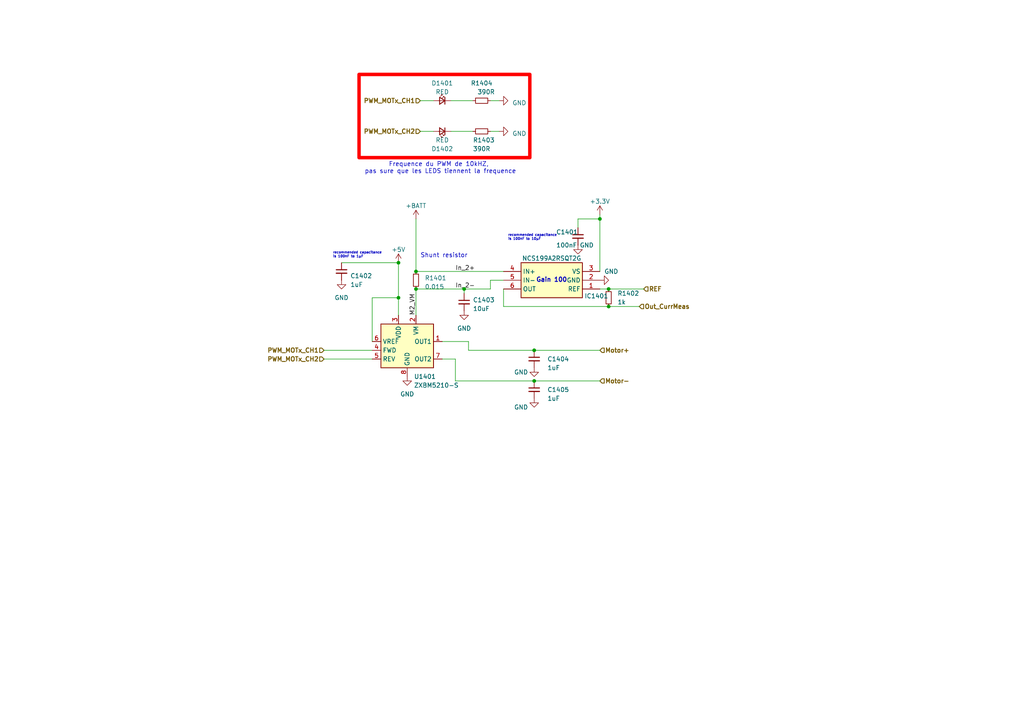
<source format=kicad_sch>
(kicad_sch (version 20231120) (generator "eeschema") (generator_version "8.0")
  (paper "A4")
  (lib_symbols
    (symbol "Device:C_Small" (pin_numbers hide) (pin_names (offset 0.254) hide)
      (property "Reference" "C" (at 0.254 1.778 0))
      (property "Value" "C_Small" (at 0.254 -2.032 0))
      (symbol "C_Small_0_1"
        (polyline (pts (xy -1.524 -0.508) (xy 1.524 -0.508)) (stroke (width 0.3302)))
        (polyline (pts (xy -1.524 0.508) (xy 1.524 0.508)) (stroke (width 0.3048)))
      )
      (symbol "C_Small_1_1"
        (pin passive line (at 0 2.54 270) (length 2.032) (name "~") (number "1"))
        (pin passive line (at 0 -2.54 90) (length 2.032) (name "~") (number "2"))
      )
    )
    (symbol "Device:LED_Small" (pin_numbers hide) (pin_names (offset 0.254) hide)
      (property "Reference" "D" (at -1.27 3.175 0))
      (property "Value" "LED_Small" (at -4.445 -2.54 0))
      (symbol "LED_Small_0_1"
        (polyline (pts (xy -0.762 -1.016) (xy -0.762 1.016)) (stroke (width 0.254)))
        (polyline (pts (xy 1.016 0) (xy -0.762 0)))
        (polyline (pts (xy 0.762 -1.016) (xy -0.762 0) (xy 0.762 1.016) (xy 0.762 -1.016)) (stroke (width 0.254)))
        (polyline (pts (xy 0 0.762) (xy -0.508 1.27) (xy -0.254 1.27) (xy -0.508 1.27) (xy -0.508 1.016)))
        (polyline (pts (xy 0.508 1.27) (xy 0 1.778) (xy 0.254 1.778) (xy 0 1.778) (xy 0 1.524)))
      )
      (symbol "LED_Small_1_1"
        (pin passive line (at -2.54 0 0) (length 1.778) (name "K") (number "1"))
        (pin passive line (at 2.54 0 180) (length 1.778) (name "A") (number "2"))
      )
    )
    (symbol "Device:R_Small" (pin_numbers hide) (pin_names (offset 0.254) hide)
      (property "Reference" "R" (at 0.762 0.508 0))
      (property "Value" "R_Small" (at 0.762 -1.016 0))
      (symbol "R_Small_0_1"
        (rectangle (start -0.762 1.778) (end 0.762 -1.778) (stroke (width 0.2032)))
      )
      (symbol "R_Small_1_1"
        (pin passive line (at 0 2.54 270) (length 0.762) (name "~") (number "1"))
        (pin passive line (at 0 -2.54 90) (length 0.762) (name "~") (number "2"))
      )
    )
    (symbol "Driver_Motor:ZXBM5210-S"
      (property "Reference" "U402" (at 1.9559 -7.62 0))
      (property "Value" "ZXBM5210-S" (at 1.9559 -10.16 0))
      (symbol "ZXBM5210-S_0_0"
        (pin output line (at 10.16 2.54 180) (length 2.54) (name "OUT1") (number "1"))
        (pin bidirectional line (at 2.54 10.16 270) (length 2.54) (name "VM") (number "2"))
        (pin power_in line (at -2.54 10.16 270) (length 2.54) (name "VDD") (number "3"))
        (pin input line (at -10.16 0 0) (length 2.54) (name "FWD") (number "4"))
        (pin input line (at -10.16 -2.54 0) (length 2.54) (name "REV") (number "5"))
        (pin input line (at -10.16 2.54 0) (length 2.54) (name "VREF") (number "6"))
        (pin output line (at 10.16 -2.54 180) (length 2.54) (name "OUT2") (number "7"))
        (pin bidirectional line (at 0 -7.62 90) (length 2.54) (name "GND") (number "8"))
      )
      (symbol "ZXBM5210-S_0_1"
        (rectangle (start -7.62 7.62) (end 7.62 -5.08) (stroke (width 0.254)) (fill (type background)))
      )
    )
    (symbol "Ludzlib:NCS199A2RSQT2G"
      (property "Reference" "IC" (at 24.13 7.62 0))
      (property "Value" "NCS199A2RSQT2G" (at 24.13 5.08 0))
      (symbol "NCS199A2RSQT2G_1_1"
        (rectangle (start 5.08 2.54) (end 22.86 -7.62) (stroke (width 0.254)) (fill (type background)))
        (pin passive line (at 0 0 0) (length 5.08) (name "REF") (number "1"))
        (pin passive line (at 0 -2.54 0) (length 5.08) (name "GND") (number "2"))
        (pin passive line (at 0 -5.08 0) (length 5.08) (name "VS") (number "3"))
        (pin passive line (at 27.94 -5.08 180) (length 5.08) (name "IN+") (number "4"))
        (pin passive line (at 27.94 -2.54 180) (length 5.08) (name "IN-") (number "5"))
        (pin passive line (at 27.94 0 180) (length 5.08) (name "OUT") (number "6"))
      )
    )
    (symbol "power:+3.3V" (power) (pin_names (offset 0))
      (property "Value" "+3.3V" (at 0 3.556 0))
      (symbol "+3.3V_0_1"
        (polyline (pts (xy -0.762 1.27) (xy 0 2.54)))
        (polyline (pts (xy 0 0) (xy 0 2.54)))
        (polyline (pts (xy 0 2.54) (xy 0.762 1.27)))
      )
      (symbol "+3.3V_1_1"
        (pin power_in line (at 0 0 90) (length 0) hide (name "+3.3V") (number "1"))
      )
    )
    (symbol "power:+5V" (power) (pin_names (offset 0))
      (property "Value" "+5V" (at 0 3.556 0))
      (symbol "+5V_0_1"
        (polyline (pts (xy -0.762 1.27) (xy 0 2.54)))
        (polyline (pts (xy 0 0) (xy 0 2.54)))
        (polyline (pts (xy 0 2.54) (xy 0.762 1.27)))
      )
      (symbol "+5V_1_1"
        (pin power_in line (at 0 0 90) (length 0) hide (name "+5V") (number "1"))
      )
    )
    (symbol "power:+BATT" (power) (pin_names (offset 0))
      (property "Value" "+BATT" (at 0 3.556 0))
      (symbol "+BATT_0_1"
        (polyline (pts (xy -0.762 1.27) (xy 0 2.54)))
        (polyline (pts (xy 0 0) (xy 0 2.54)))
        (polyline (pts (xy 0 2.54) (xy 0.762 1.27)))
      )
      (symbol "+BATT_1_1"
        (pin power_in line (at 0 0 90) (length 0) hide (name "+BATT") (number "1"))
      )
    )
    (symbol "power:GND" (power) (pin_names (offset 0))
      (property "Value" "GND" (at 0 -3.81 0))
      (symbol "GND_0_1"
        (polyline (pts (xy 0 0) (xy 0 -1.27) (xy 1.27 -1.27) (xy 0 -2.54) (xy -1.27 -1.27) (xy 0 -1.27)))
      )
      (symbol "GND_1_1"
        (pin power_in line (at 0 0 270) (length 0) hide (name "GND") (number "1"))
      )
    )
  )
  (junction (at 173.99 63.5))
  (junction (at 120.65 83.82))
  (junction (at 115.57 76.2))
  (junction (at 134.62 83.82))
  (junction (at 120.65 78.74))
  (junction (at 176.53 88.9))
  (junction (at 176.53 83.82))
  (junction (at 154.94 101.6))
  (junction (at 115.57 86.36))
  (junction (at 154.94 110.49))
  (wire (pts (xy 120.65 78.74) (xy 146.05 78.74)))
  (wire (pts (xy 121.92 29.21) (xy 125.73 29.21)))
  (wire (pts (xy 120.65 83.82) (xy 134.62 83.82)))
  (wire (pts (xy 130.81 29.21) (xy 137.16 29.21)))
  (wire (pts (xy 130.81 38.1) (xy 137.16 38.1)))
  (wire (pts (xy 142.24 38.1) (xy 144.78 38.1)))
  (wire (pts (xy 173.99 83.82) (xy 176.53 83.82)))
  (wire (pts (xy 115.57 76.2) (xy 99.06 76.2)))
  (wire (pts (xy 107.95 86.36) (xy 115.57 86.36)))
  (wire (pts (xy 185.42 88.9) (xy 176.53 88.9)))
  (wire (pts (xy 154.94 101.6) (xy 173.99 101.6)))
  (wire (pts (xy 173.99 63.5) (xy 173.99 78.74)))
  (wire (pts (xy 120.65 83.82) (xy 120.65 91.44)))
  (wire (pts (xy 132.08 110.49) (xy 132.08 104.14)))
  (wire (pts (xy 167.64 63.5) (xy 167.64 66.04)))
  (wire (pts (xy 173.99 63.5) (xy 167.64 63.5)))
  (wire (pts (xy 176.53 83.82) (xy 186.69 83.82)))
  (wire (pts (xy 173.99 62.23) (xy 173.99 63.5)))
  (wire (pts (xy 135.89 101.6) (xy 154.94 101.6)))
  (wire (pts (xy 107.95 86.36) (xy 107.95 99.06)))
  (wire (pts (xy 135.89 99.06) (xy 128.27 99.06)))
  (wire (pts (xy 120.65 63.5) (xy 120.65 78.74)))
  (wire (pts (xy 142.24 29.21) (xy 144.78 29.21)))
  (wire (pts (xy 132.08 104.14) (xy 128.27 104.14)))
  (wire (pts (xy 121.92 38.1) (xy 125.73 38.1)))
  (wire (pts (xy 176.53 88.9) (xy 146.05 88.9)))
  (wire (pts (xy 134.62 85.09) (xy 134.62 83.82)))
  (wire (pts (xy 93.98 104.14) (xy 107.95 104.14)))
  (wire (pts (xy 93.98 101.6) (xy 107.95 101.6)))
  (wire (pts (xy 146.05 88.9) (xy 146.05 83.82)))
  (wire (pts (xy 134.62 83.82) (xy 142.24 83.82)))
  (wire (pts (xy 115.57 86.36) (xy 115.57 91.44)))
  (wire (pts (xy 135.89 101.6) (xy 135.89 99.06)))
  (wire (pts (xy 142.24 81.28) (xy 146.05 81.28)))
  (wire (pts (xy 154.94 110.49) (xy 173.99 110.49)))
  (wire (pts (xy 142.24 81.28) (xy 142.24 83.82)))
  (wire (pts (xy 115.57 86.36) (xy 115.57 76.2)))
  (wire (pts (xy 132.08 110.49) (xy 154.94 110.49)))
  (rectangle (start 104.14 21.59) (end 153.67 45.72) (stroke (width 1) (color 255 0 0 1)))
  (text "recommended capacitance \nis 100nF to 1μF" (at 96.52 74.93 0) (effects (font (size 0.7 0.7)) (justify left bottom)))
  (text "Gain 100\n" (at 155.448 82.042 0) (effects (font (size 1.27 1.27) (bold yes)) (justify left bottom)))
  (text "Frequence du PWM de 10kHZ,\n pas sure que les LEDS tiennent la frequence\n" (at 127.254 48.768 0) (effects (font (size 1.27 1.27))))
  (text "recommended capacitance \nis 100nF to 10μF" (at 147.32 69.85 0) (effects (font (size 0.7 0.7)) (justify left bottom)))
  (text "Shunt resistor" (at 121.92 74.93 0) (effects (font (size 1.27 1.27)) (justify left bottom)))
  (label "M2_VM" (at 120.65 91.44 90))
  (label "In_2-" (at 132.08 83.82 0))
  (label "In_2+" (at 132.08 78.74 0))
  (hierarchical_label "PWM_MOTx_CH2" (shape input) (at 121.92 38.1 180) (effects (font (bold yes))))
  (hierarchical_label "PWM_MOTx_CH1" (shape input) (at 121.92 29.21 180) (effects (font (bold yes))))
  (hierarchical_label "Motor+" (shape input) (at 173.99 101.6 0) (effects (font (bold yes))))
  (hierarchical_label "Motor-" (shape input) (at 173.99 110.49 0) (effects (font (bold yes))))
  (hierarchical_label "REF" (shape input) (at 186.69 83.82 0) (effects (font (bold yes))))
  (hierarchical_label "Out_CurrMeas" (shape input) (at 185.42 88.9 0) (effects (font (bold yes))))
  (hierarchical_label "PWM_MOTx_CH1" (shape input) (at 93.98 101.6 180) (effects (font (bold yes))))
  (hierarchical_label "PWM_MOTx_CH2" (shape input) (at 93.98 104.14 180) (effects (font (bold yes))))
  (symbol (lib_id "Device:R_Small") (at 120.65 81.28 0) (unit 1)
    (property "Reference" "R1401" (at 123.19 80.645 0) (effects (justify left)))
    (property "Value" "0.015" (at 123.19 83.185 0) (effects (justify left)))
    (property "Footprint" "Resistor_SMD:R_1206_3216Metric_Pad1.30x1.75mm_HandSolder" (effects (hide yes)))
    (property "Height" "0603" (effects (hide yes)))
    (instances (project "tom&Jerry_Draft" (path "" (reference "R1401") (unit 1)) (path "" (reference "R1503") (unit 1))))
  )
  (symbol (lib_id "power:GND") (at 134.62 90.17 0) (unit 1)
    (property "Reference" "#PWR01407" (effects (hide yes)))
    (property "Value" "GND" (at 134.62 95.25 0))
    (instances (project "tom&Jerry_Draft" (path "" (reference "#PWR01407") (unit 1)) (path "" (reference "#PWR01509") (unit 1))))
  )
  (symbol (lib_id "power:GND") (at 118.11 109.22 0) (unit 1)
    (property "Reference" "#PWR01409" (effects (hide yes)))
    (property "Value" "GND" (at 118.11 114.3 0))
    (instances (project "tom&Jerry_Draft" (path "" (reference "#PWR01409") (unit 1)) (path "" (reference "#PWR01511") (unit 1))))
  )
  (symbol (lib_id "power:+BATT") (at 120.65 63.5 0) (unit 1)
    (property "Reference" "#PWR01402" (effects (hide yes)))
    (property "Value" "+BATT" (at 120.65 59.69 0))
    (instances (project "tom&Jerry_Draft" (path "" (reference "#PWR01402") (unit 1)) (path "" (reference "#PWR01504") (unit 1))))
  )
  (symbol (lib_id "power:GND") (at 167.64 71.12 0) (unit 1)
    (property "Reference" "#PWR01403" (effects (hide yes)))
    (property "Value" "GND" (at 170.18 71.12 0))
    (instances (project "tom&Jerry_Draft" (path "" (reference "#PWR01403") (unit 1)) (path "" (reference "#PWR01505") (unit 1))))
  )
  (symbol (lib_id "Device:R_Small") (at 139.7 38.1 90) (unit 1)
    (property "Reference" "R1404" (at 139.7 24.13 90))
    (property "Value" "390R" (at 139.7 43.18 90))
    (property "Footprint" "Resistor_SMD:R_0603_1608Metric_Pad0.98x0.95mm_HandSolder" (effects (hide yes)))
    (property "Height" "0603" (effects (hide yes)))
    (instances (project "tom&Jerry_Draft" (path "" (reference "R1404") (unit 1)) (path "" (reference "R1502") (unit 1))))
  )
  (symbol (lib_id "Device:LED_Small") (at 128.27 29.21 0) (mirror y) (unit 1)
    (property "Reference" "D1401" (at 128.27 24.13 0))
    (property "Value" "RED" (at 128.27 26.67 0))
    (property "Footprint" "LED_SMD:LED_0603_1608Metric_Pad1.05x0.95mm_HandSolder" (effects (hide yes)))
    (instances (project "tom&Jerry_Draft" (path "" (reference "D1401") (unit 1)) (path "" (reference "D1501") (unit 1))))
  )
  (symbol (lib_id "Device:C_Small") (at 154.94 113.03 0) (unit 1)
    (property "Reference" "C1405" (at 158.75 113.03 0) (effects (justify left)))
    (property "Value" "1uF" (at 158.75 115.57 0) (effects (justify left)))
    (property "Footprint" "Capacitor_SMD:C_0603_1608Metric_Pad1.08x0.95mm_HandSolder" (effects (hide yes)))
    (instances (project "tom&Jerry_Draft" (path "" (reference "C1405") (unit 1)) (path "" (reference "C1505") (unit 1))))
  )
  (symbol (lib_id "power:GND") (at 144.78 29.21 90) (unit 1)
    (property "Reference" "#PWR01411" (effects (hide yes)))
    (property "Value" "GND" (at 148.59 29.845 90) (effects (justify right)))
    (instances (project "tom&Jerry_Draft" (path "" (reference "#PWR01411") (unit 1)) (path "" (reference "#PWR01501") (unit 1))))
  )
  (symbol (lib_id "power:GND") (at 154.94 106.68 0) (unit 1)
    (property "Reference" "#PWR01408" (effects (hide yes)))
    (property "Value" "GND" (at 151.13 107.95 0))
    (instances (project "tom&Jerry_Draft" (path "" (reference "#PWR01408") (unit 1)) (path "" (reference "#PWR01510") (unit 1))))
  )
  (symbol (lib_id "power:GND") (at 154.94 115.57 0) (unit 1)
    (property "Reference" "#PWR01410" (effects (hide yes)))
    (property "Value" "GND" (at 151.13 118.11 0))
    (instances (project "tom&Jerry_Draft" (path "" (reference "#PWR01410") (unit 1)) (path "" (reference "#PWR01512") (unit 1))))
  )
  (symbol (lib_id "power:GND") (at 99.06 81.28 0) (unit 1)
    (property "Reference" "#PWR01405" (effects (hide yes)))
    (property "Value" "GND" (at 99.06 86.36 0))
    (instances (project "tom&Jerry_Draft" (path "" (reference "#PWR01405") (unit 1)) (path "" (reference "#PWR01507") (unit 1))))
  )
  (symbol (lib_id "Device:C_Small") (at 134.62 87.63 0) (unit 1)
    (property "Reference" "C1403" (at 137.16 87.0013 0) (effects (justify left)))
    (property "Value" "10uF" (at 137.16 89.5413 0) (effects (justify left)))
    (property "Footprint" "Capacitor_SMD:C_0603_1608Metric_Pad1.08x0.95mm_HandSolder" (effects (hide yes)))
    (instances (project "tom&Jerry_Draft" (path "" (reference "C1403") (unit 1)) (path "" (reference "C1503") (unit 1))))
  )
  (symbol (lib_id "power:+3.3V") (at 173.99 62.23 0) (unit 1)
    (property "Reference" "#PWR01401" (effects (hide yes)))
    (property "Value" "+3.3V" (at 173.99 58.42 0))
    (instances (project "tom&Jerry_Draft" (path "" (reference "#PWR01401") (unit 1)) (path "" (reference "#PWR01503") (unit 1))))
  )
  (symbol (lib_id "Driver_Motor:ZXBM5210-S") (at 118.11 101.6 0) (unit 1)
    (property "Reference" "U1401" (at 120.0659 109.22 0) (effects (justify left)))
    (property "Value" "ZXBM5210-S" (at 120.0659 111.76 0) (effects (justify left)))
    (property "Footprint" "Package_SO:SOIC-8-1EP_3.9x4.9mm_P1.27mm_EP2.62x3.51mm_ThermalVias" (effects (hide yes)))
    (property "Datasheet" "https://www.diodes.com/assets/Datasheets/ZXBM5210.pdf" (effects (hide yes)))
    (property "Mouser Part Number" " 621-ZXBM5210-SP-13 " (effects (hide yes)))
    (property "Mouser Price/Stock" "https://www.mouser.fr/ProductDetail/Diodes-Incorporated/ZXBM5210-SP-13?qs=98WN%2FnWUQiQYAgSBGLkvdw%3D%3D" (effects (hide yes)))
    (instances (project "tom&Jerry_Draft" (path "" (reference "U1401") (unit 1)) (path "" (reference "U1501") (unit 1))))
  )
  (symbol (lib_id "Device:R_Small") (at 176.53 86.36 180) (unit 1)
    (property "Reference" "R1402" (at 179.07 85.0899 0) (effects (justify right)))
    (property "Value" "1k" (at 179.07 87.6299 0) (effects (justify right)))
    (property "Description" "Resistor, small symbol" (effects (hide yes)))
    (instances (project "tom&Jerry_Draft" (path "" (reference "R1402") (unit 1)) (path "" (reference "R1504") (unit 1))))
  )
  (symbol (lib_id "power:GND") (at 144.78 38.1 90) (unit 1)
    (property "Reference" "#PWR01412" (effects (hide yes)))
    (property "Value" "GND" (at 148.59 38.735 90) (effects (justify right)))
    (instances (project "tom&Jerry_Draft" (path "" (reference "#PWR01412") (unit 1)) (path "" (reference "#PWR01502") (unit 1))))
  )
  (symbol (lib_id "Device:C_Small") (at 99.06 78.74 0) (unit 1)
    (property "Reference" "C1402" (at 101.6 80.01 0) (effects (justify left)))
    (property "Value" "1uF" (at 101.6 82.55 0) (effects (justify left)))
    (property "Footprint" "Capacitor_SMD:C_0603_1608Metric_Pad1.08x0.95mm_HandSolder" (effects (hide yes)))
    (instances (project "tom&Jerry_Draft" (path "" (reference "C1402") (unit 1)) (path "" (reference "C1502") (unit 1))))
  )
  (symbol (lib_id "power:GND") (at 173.99 81.28 90) (unit 1)
    (property "Reference" "#PWR01406" (effects (hide yes)))
    (property "Value" "GND" (at 175.26 78.74 90) (effects (justify right)))
    (instances (project "tom&Jerry_Draft" (path "" (reference "#PWR01406") (unit 1)) (path "" (reference "#PWR01508") (unit 1))))
  )
  (symbol (lib_id "Device:R_Small") (at 139.7 29.21 90) (unit 1)
    (property "Reference" "R1403" (at 137.16 40.64 90) (effects (justify right)))
    (property "Value" "390R" (at 138.43 26.67 90) (effects (justify right)))
    (property "Footprint" "Resistor_SMD:R_0603_1608Metric_Pad0.98x0.95mm_HandSolder" (effects (hide yes)))
    (property "Height" "0603" (effects (hide yes)))
    (instances (project "tom&Jerry_Draft" (path "" (reference "R1403") (unit 1)) (path "" (reference "R1501") (unit 1))))
  )
  (symbol (lib_id "Device:C_Small") (at 154.94 104.14 0) (unit 1)
    (property "Reference" "C1404" (at 158.75 104.14 0) (effects (justify left)))
    (property "Value" "1uF" (at 158.75 106.68 0) (effects (justify left)))
    (property "Footprint" "Capacitor_SMD:C_0603_1608Metric_Pad1.08x0.95mm_HandSolder" (effects (hide yes)))
    (instances (project "tom&Jerry_Draft" (path "" (reference "C1404") (unit 1)) (path "" (reference "C1504") (unit 1))))
  )
  (symbol (lib_id "power:+5V") (at 115.57 76.2 0) (unit 1)
    (property "Reference" "#PWR01404" (effects (hide yes)))
    (property "Value" "+5V" (at 115.57 72.39 0))
    (instances (project "tom&Jerry_Draft" (path "" (reference "#PWR01404") (unit 1)) (path "" (reference "#PWR01506") (unit 1))))
  )
  (symbol (lib_id "Ludzlib:NCS199A2RSQT2G") (at 173.99 83.82 180) (unit 1)
    (property "Reference" "IC1401" (at 172.974 85.852 0))
    (property "Value" "NCS199A2RSQT2G" (at 160.02 74.93 0))
    (property "Footprint" "Library:SOT65P210X110-6N" (effects (hide yes)))
    (property "Datasheet" "http://www.onsemi.com/pub/Collateral/NCS199A1R-D.PDF" (effects (hide yes)))
    (property "Height" "1.1" (effects (hide yes)))
    (property "Mouser Part Number" "863-NCS199A2RSQT2G" (effects (hide yes)))
    (property "Mouser Price/Stock" "https://www.mouser.co.uk/ProductDetail/onsemi/NCS199A2RSQT2G?qs=MLItCLRbWswy48vDwGmPrw%3D%3D" (effects (hide yes)))
    (property "Manufacturer_Name" "onsemi" (effects (hide yes)))
    (property "Manufacturer_Part_Number" "NCS199A2RSQT2G" (effects (hide yes)))
    (instances (project "tom&Jerry_Draft" (path "" (reference "IC1401") (unit 1)) (path "" (reference "IC1501") (unit 1))))
  )
  (symbol (lib_id "Device:C_Small") (at 167.64 68.58 0) (unit 1)
    (property "Reference" "C1401" (at 161.29 67.31 0) (effects (justify left)))
    (property "Value" "100nF" (at 161.29 71.12 0) (effects (justify left)))
    (property "Footprint" "Capacitor_SMD:C_0603_1608Metric_Pad1.08x0.95mm_HandSolder" (effects (hide yes)))
    (instances (project "tom&Jerry_Draft" (path "" (reference "C1401") (unit 1)) (path "" (reference "C1501") (unit 1))))
  )
  (symbol (lib_id "Device:LED_Small") (at 128.27 38.1 180) (unit 1)
    (property "Reference" "D1402" (at 128.27 43.18 0))
    (property "Value" "RED" (at 128.27 40.64 0))
    (property "Footprint" "LED_SMD:LED_0603_1608Metric_Pad1.05x0.95mm_HandSolder" (effects (hide yes)))
    (instances (project "tom&Jerry_Draft" (path "" (reference "D1402") (unit 1)) (path "" (reference "D1502") (unit 1))))
  )
)
</source>
